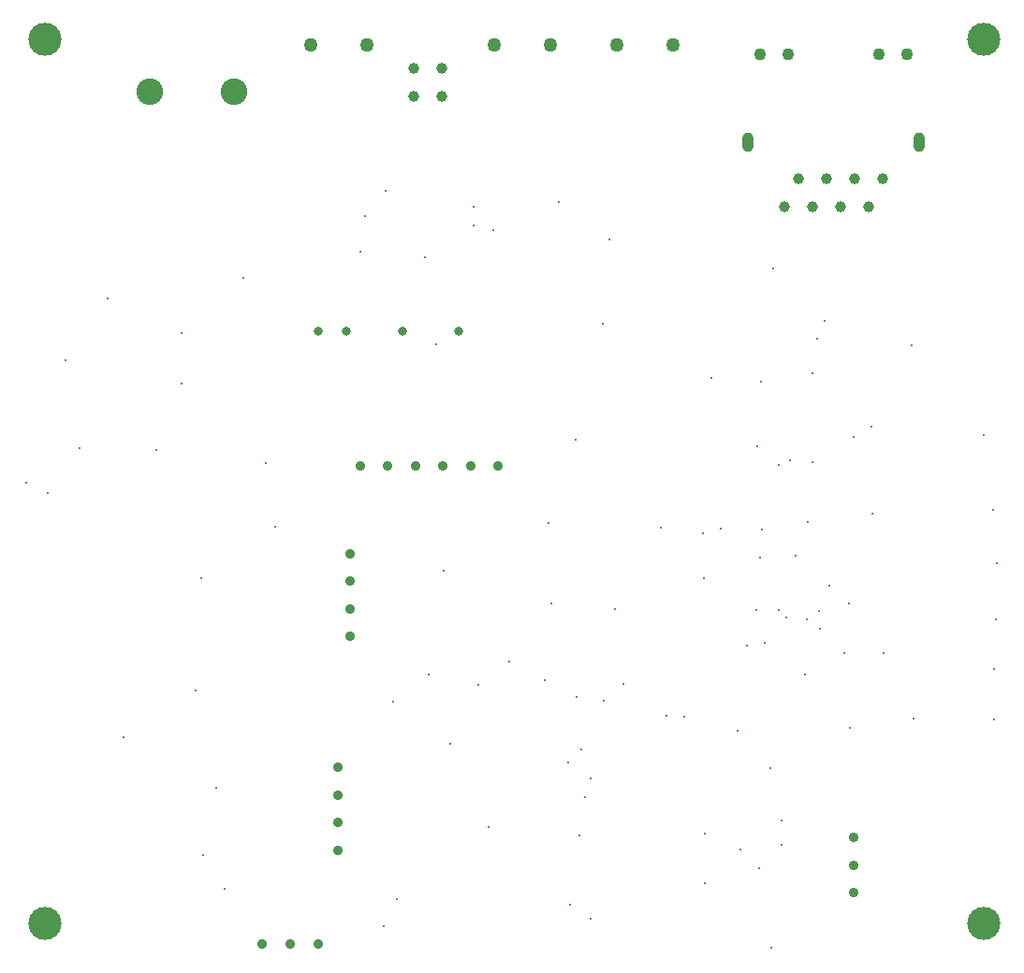
<source format=gbr>
%TF.GenerationSoftware,Altium Limited,Altium Designer,23.0.1 (38)*%
G04 Layer_Color=0*
%FSLAX45Y45*%
%MOMM*%
%TF.SameCoordinates,E0F799D9-27B4-45C1-BD14-B3F5E9977550*%
%TF.FilePolarity,Positive*%
%TF.FileFunction,Plated,1,2,PTH,Drill*%
%TF.Part,Single*%
G01*
G75*
%TA.AperFunction,ComponentDrill*%
%ADD126C,1.00000*%
%ADD127C,1.10000*%
%ADD128O,1.00000X1.80000*%
%ADD129C,0.90000*%
%ADD130C,2.41300*%
%ADD131C,1.27000*%
%ADD132C,1.00000*%
%ADD133C,0.80000*%
%ADD134C,0.90000*%
%TA.AperFunction,OtherDrill,Pad Free-2 (90.05mm,84.75mm)*%
%ADD135C,3.00000*%
%TA.AperFunction,OtherDrill,Pad Free-2 (90.05mm,4.758mm)*%
%ADD136C,3.00000*%
%TA.AperFunction,OtherDrill,Pad Free-2 (5.15mm,4.758mm)*%
%ADD137C,3.00000*%
%TA.AperFunction,OtherDrill,Pad Free-2 (5.15mm,84.75mm)*%
%ADD138C,3.00000*%
%TA.AperFunction,ViaDrill,NotFilled*%
%ADD139C,0.30000*%
D126*
X8095000Y7214998D02*
D03*
X7841000D02*
D03*
X7587000D02*
D03*
X7333000D02*
D03*
X7206000Y6960998D02*
D03*
X7460000D02*
D03*
X7968000D02*
D03*
X7714000D02*
D03*
X3856000Y7956000D02*
D03*
X4110000D02*
D03*
Y8210000D02*
D03*
D127*
X8312500Y8340000D02*
D03*
X8058500D02*
D03*
X7241504D02*
D03*
X6987504D02*
D03*
D128*
X6875500Y7545000D02*
D03*
X8424504D02*
D03*
D129*
X7830002Y1250000D02*
D03*
Y999998D02*
D03*
Y750001D02*
D03*
X3272500Y3820003D02*
D03*
Y3570000D02*
D03*
Y3319998D02*
D03*
Y3070001D02*
D03*
X3167497Y1134999D02*
D03*
Y1385001D02*
D03*
Y1634998D02*
D03*
Y1885000D02*
D03*
D130*
X2226153Y7999999D02*
D03*
X1464153D02*
D03*
D131*
X2917002Y8427502D02*
D03*
X3425002D02*
D03*
X5687289Y8419998D02*
D03*
X6195289D02*
D03*
X5087498D02*
D03*
X4579498D02*
D03*
D132*
X3856000Y8210000D02*
D03*
D133*
X2987502Y5837499D02*
D03*
X3241502D02*
D03*
X3749502D02*
D03*
X4257502D02*
D03*
D134*
X4615002Y4617502D02*
D03*
X4365000D02*
D03*
X4114998D02*
D03*
X3865001D02*
D03*
X3614999D02*
D03*
X3365002D02*
D03*
X2984002Y290002D02*
D03*
X2730002D02*
D03*
X2476002D02*
D03*
D135*
X9005001Y8475000D02*
D03*
D136*
Y475839D02*
D03*
D137*
X515000D02*
D03*
D138*
Y8475000D02*
D03*
D139*
X9105000Y2780005D02*
D03*
X3370000Y6552500D02*
D03*
X3950000Y6505000D02*
D03*
X3595000Y7107500D02*
D03*
X6777500Y2221950D02*
D03*
X7797876Y2242750D02*
D03*
X6472500Y3597902D02*
D03*
X7457496Y4647289D02*
D03*
X7256196Y4668057D02*
D03*
X5366980Y2049026D02*
D03*
X6482500Y1290000D02*
D03*
X7522500Y3137500D02*
D03*
X7407672Y3225000D02*
D03*
X7157496Y3311634D02*
D03*
X7224004Y3245620D02*
D03*
X7497500Y5765000D02*
D03*
X7307499Y3805001D02*
D03*
X5617500Y6665000D02*
D03*
X4532500Y1350000D02*
D03*
X1945000Y1090000D02*
D03*
X7572500Y5925000D02*
D03*
X7100000Y6400000D02*
D03*
X5564996Y5900000D02*
D03*
X7612497Y3529733D02*
D03*
X7792500Y3370000D02*
D03*
X6947584Y3311634D02*
D03*
X5450000Y518847D02*
D03*
X2510000Y4640000D02*
D03*
X8000000Y4186353D02*
D03*
X6980511Y3785317D02*
D03*
X7520000Y3302500D02*
D03*
X8099999Y2920951D02*
D03*
X7745456D02*
D03*
X5261903Y646738D02*
D03*
X5354550Y1272519D02*
D03*
X5673953Y3315152D02*
D03*
X5750199Y2643236D02*
D03*
X5574231Y2492235D02*
D03*
X5405148Y1618000D02*
D03*
X6628317Y4049471D02*
D03*
X6470609Y4002740D02*
D03*
X6087170Y4055130D02*
D03*
X9120000Y3225800D02*
D03*
X3407500Y6876821D02*
D03*
X4438066Y2632903D02*
D03*
X4711600Y2848803D02*
D03*
X4178498Y2100000D02*
D03*
X3697500Y696001D02*
D03*
X3583697Y450002D02*
D03*
X2144335Y787400D02*
D03*
X1882216Y2580000D02*
D03*
X1927779Y3593998D02*
D03*
X5165501Y7002500D02*
D03*
X6540700Y5412500D02*
D03*
X5100000Y3370000D02*
D03*
X1225001Y2160000D02*
D03*
X6810000Y1140000D02*
D03*
X2600000Y4065001D02*
D03*
X1525712Y4760000D02*
D03*
X7395083Y2730000D02*
D03*
X7024568Y3012910D02*
D03*
X6865148Y2990000D02*
D03*
X5252568Y1934166D02*
D03*
X5070000Y4100000D02*
D03*
X7415990Y4106510D02*
D03*
X8360000Y5710000D02*
D03*
X7460000Y5450000D02*
D03*
X6990000Y5380000D02*
D03*
X6957497Y4792500D02*
D03*
X7987883Y4970790D02*
D03*
X7832667Y4874771D02*
D03*
X7000719Y4038120D02*
D03*
X7150360Y4622500D02*
D03*
X9125000Y3732500D02*
D03*
X9092500Y4220002D02*
D03*
X6299276Y2344420D02*
D03*
X6135000Y2352500D02*
D03*
X8371245Y2331256D02*
D03*
X5452500Y1787500D02*
D03*
X7076984Y1878802D02*
D03*
X5321498Y2522220D02*
D03*
X4120000Y3665000D02*
D03*
X4397500Y6962501D02*
D03*
X4567500Y6745000D02*
D03*
X4397500Y6790000D02*
D03*
X2310000Y6312500D02*
D03*
X1748863Y5820000D02*
D03*
X1082500Y6132500D02*
D03*
X1751030Y5358501D02*
D03*
X700000Y5572500D02*
D03*
X5040000Y2677500D02*
D03*
X3665000Y2477500D02*
D03*
X2068405Y1700002D02*
D03*
X827500Y4772500D02*
D03*
X542500Y4372500D02*
D03*
X5312501Y4852502D02*
D03*
X345232Y4460000D02*
D03*
X6482500Y833806D02*
D03*
X7082983Y250002D02*
D03*
X7178438Y1189133D02*
D03*
X9105000Y2320000D02*
D03*
X9007500Y4892500D02*
D03*
X4054998Y5712501D02*
D03*
X6976984Y970752D02*
D03*
X7183196Y1404620D02*
D03*
X3985336Y2725420D02*
D03*
%TF.MD5,3da484638d9eae47d0b880899c448479*%
M02*

</source>
